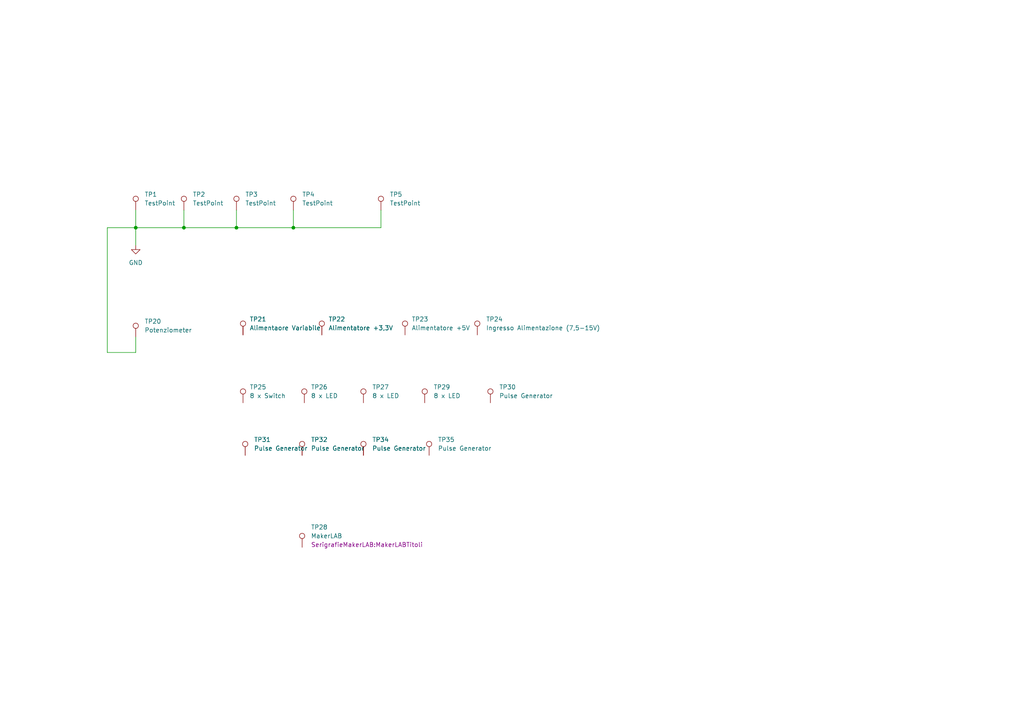
<source format=kicad_sch>
(kicad_sch (version 20211123) (generator eeschema)
  (paper "A4")
  (lib_symbols
    (symbol "Connector:TestPoint" (pin_numbers hide) (pin_names (offset 0.762) hide)
      (property "Reference" "TP" (at 0 6.858 0))
      (property "Value" "TestPoint" (at 0 5.08 0))
      (symbol "TestPoint_0_1"
        (circle (center 0 3.302) (radius 0.762))
      )
      (symbol "TestPoint_1_1"
        (pin passive line (at 0 0 90) (length 2.54) (name "1") (number "1"))
      )
    )
    (symbol "power:GND" (power) (pin_names (offset 0))
      (property "Value" "GND" (at 0 -3.81 0))
      (symbol "GND_0_1"
        (polyline (pts (xy 0 0) (xy 0 -1.27) (xy 1.27 -1.27) (xy 0 -2.54) (xy -1.27 -1.27) (xy 0 -1.27)))
      )
      (symbol "GND_1_1"
        (pin power_in line (at 0 0 270) (length 0) hide (name "GND") (number "1"))
      )
    )
  )
  (junction (at 68.58 66.04))
  (junction (at 85.09 66.04))
  (junction (at 53.34 66.04))
  (junction (at 39.37 66.04))
  (wire (pts (xy 68.58 66.04) (xy 85.09 66.04)))
  (wire (pts (xy 39.37 66.04) (xy 39.37 71.12)))
  (wire (pts (xy 85.09 66.04) (xy 110.49 66.04)))
  (wire (pts (xy 31.115 66.04) (xy 39.37 66.04)))
  (wire (pts (xy 68.58 60.96) (xy 68.58 66.04)))
  (wire (pts (xy 85.09 60.96) (xy 85.09 66.04)))
  (wire (pts (xy 39.37 60.96) (xy 39.37 66.04)))
  (wire (pts (xy 53.34 60.96) (xy 53.34 66.04)))
  (wire (pts (xy 110.49 66.04) (xy 110.49 60.96)))
  (wire (pts (xy 39.37 97.79) (xy 39.37 102.235)))
  (wire (pts (xy 39.37 66.04) (xy 53.34 66.04)))
  (wire (pts (xy 53.34 66.04) (xy 68.58 66.04)))
  (wire (pts (xy 31.115 102.235) (xy 31.115 66.04)))
  (wire (pts (xy 39.37 102.235) (xy 31.115 102.235)))
  (symbol (lib_id "Connector:TestPoint") (at 70.485 116.84 0) (unit 1)
    (property "Reference" "TP25" (at 72.39 112.2679 0) (effects (justify left)))
    (property "Value" "8 x Switch" (at 72.39 114.8079 0) (effects (justify left)))
    (property "Footprint" "Symbol:Alimentatore Variabile" (effects hide))
  )
  (symbol (lib_id "Connector:TestPoint") (at 39.37 97.79 0) (unit 1)
    (property "Reference" "TP20" (at 41.91 93.2179 0) (effects (justify left)))
    (property "Value" "Potenziometer" (at 41.91 95.7579 0) (effects (justify left)))
    (property "Footprint" "MountingHole:MountingHole_6.5mm_Pad_Via" (effects hide))
  )
  (symbol (lib_id "Connector:TestPoint") (at 93.345 97.155 0) (unit 1)
    (property "Reference" "TP22" (at 95.25 92.5829 0) (effects (justify left)))
    (property "Value" "Alimentatore +3,3V" (at 95.25 95.1229 0) (effects (justify left)))
    (property "Footprint" "Symbol:Alimentatore Variabile" (effects hide))
  )
  (symbol (lib_id "Connector:TestPoint") (at 85.09 60.96 0) (unit 1)
    (property "Reference" "TP4" (at 87.63 56.3879 0) (effects (justify left)))
    (property "Value" "TestPoint" (at 87.63 58.9279 0) (effects (justify left)))
    (property "Footprint" "MountingHole:MountingHole_3.2mm_M3_Pad_Via" (effects hide))
  )
  (symbol (lib_id "Connector:TestPoint") (at 138.43 97.155 0) (unit 1)
    (property "Reference" "TP24" (at 140.97 92.5829 0) (effects (justify left)))
    (property "Value" "Ingresso Alimentazione (7,5-15V)" (at 140.97 95.1229 0) (effects (justify left)))
    (property "Footprint" "Symbol:Alimentatore Variabile" (effects hide))
  )
  (symbol (lib_id "Connector:TestPoint") (at 117.475 97.155 0) (unit 1)
    (property "Reference" "TP23" (at 119.38 92.5829 0) (effects (justify left)))
    (property "Value" "Alimentatore +5V" (at 119.38 95.1229 0) (effects (justify left)))
    (property "Footprint" "Symbol:Alimentatore Variabile" (effects hide))
  )
  (symbol (lib_id "Connector:TestPoint") (at 68.58 60.96 0) (unit 1)
    (property "Reference" "TP3" (at 71.12 56.3879 0) (effects (justify left)))
    (property "Value" "TestPoint" (at 71.12 58.9279 0) (effects (justify left)))
    (property "Footprint" "MountingHole:MountingHole_3.2mm_M3_Pad_Via" (effects hide))
  )
  (symbol (lib_id "Connector:TestPoint") (at 88.265 116.84 0) (unit 1)
    (property "Reference" "TP26" (at 90.17 112.2679 0) (effects (justify left)))
    (property "Value" "8 x LED" (at 90.17 114.8079 0) (effects (justify left)))
    (property "Footprint" "Symbol:Alimentatore Variabile" (effects hide))
  )
  (symbol (lib_id "Connector:TestPoint") (at 124.46 132.08 0) (unit 1)
    (property "Reference" "TP35" (at 127 127.5079 0) (effects (justify left)))
    (property "Value" "Pulse Generator" (at 127 130.0479 0) (effects (justify left)))
    (property "Footprint" "SerigrafieMakerLab:Disp4x7Seg" (effects hide))
  )
  (symbol (lib_id "Connector:TestPoint") (at 105.41 132.08 0) (unit 1)
    (property "Reference" "TP34" (at 107.95 127.5079 0) (effects (justify left)))
    (property "Value" "Pulse Generator" (at 107.95 130.0479 0) (effects (justify left)))
    (property "Footprint" "SerigrafieMakerLab:Disp4x7Seg" (effects hide))
  )
  (symbol (lib_id "Connector:TestPoint") (at 53.34 60.96 0) (unit 1)
    (property "Reference" "TP2" (at 55.88 56.3879 0) (effects (justify left)))
    (property "Value" "TestPoint" (at 55.88 58.9279 0) (effects (justify left)))
    (property "Footprint" "MountingHole:MountingHole_3.2mm_M3_Pad_Via" (effects hide))
  )
  (symbol (lib_id "Connector:TestPoint") (at 39.37 60.96 0) (unit 1)
    (property "Reference" "TP1" (at 41.91 56.3879 0) (effects (justify left)))
    (property "Value" "TestPoint" (at 41.91 58.9279 0) (effects (justify left)))
    (property "Footprint" "MountingHole:MountingHole_3.2mm_M3_Pad_Via" (effects hide))
  )
  (symbol (lib_id "Connector:TestPoint") (at 87.63 132.08 0) (unit 1)
    (property "Reference" "TP32" (at 90.17 127.5079 0) (effects (justify left)))
    (property "Value" "Pulse Generator" (at 90.17 130.0479 0) (effects (justify left)))
    (property "Footprint" "SerigrafieMakerLab:Disp4x7Seg" (effects hide))
  )
  (symbol (lib_id "Connector:TestPoint") (at 110.49 60.96 0) (unit 1)
    (property "Reference" "TP5" (at 113.03 56.3879 0) (effects (justify left)))
    (property "Value" "TestPoint" (at 113.03 58.9279 0) (effects (justify left)))
    (property "Footprint" "Breadboard:BreadBoard 81x146" (effects hide))
  )
  (symbol (lib_id "Connector:TestPoint") (at 70.485 97.155 0) (unit 1)
    (property "Reference" "TP21" (at 72.39 92.5829 0) (effects (justify left)))
    (property "Value" "Alimentaore Variabile" (at 72.39 95.1229 0) (effects (justify left)))
    (property "Footprint" "Symbol:Alimentatore Variabile" (effects hide))
  )
  (symbol (lib_id "Connector:TestPoint") (at 87.63 158.75 0) (unit 1)
    (property "Reference" "TP28" (at 90.17 152.9079 0) (effects (justify left)))
    (property "Value" "MakerLAB" (at 90.17 155.4479 0) (effects (justify left)))
    (property "Footprint" "SerigrafieMakerLAB:MakerLABTitoli" (at 90.17 157.9879 0) (effects (justify left)))
  )
  (symbol (lib_id "Connector:TestPoint") (at 142.24 116.84 0) (unit 1)
    (property "Reference" "TP30" (at 144.78 112.2679 0) (effects (justify left)))
    (property "Value" "Pulse Generator" (at 144.78 114.8079 0) (effects (justify left)))
    (property "Footprint" "SerigrafieMakerLAB:Clock NE555" (effects hide))
  )
  (symbol (lib_id "Connector:TestPoint") (at 71.12 132.08 0) (unit 1)
    (property "Reference" "TP31" (at 73.66 127.5079 0) (effects (justify left)))
    (property "Value" "Pulse Generator" (at 73.66 130.0479 0) (effects (justify left)))
    (property "Footprint" "SerigrafieMakerLab:Disp4x7Seg" (effects hide))
  )
  (symbol (lib_id "power:GND") (at 39.37 71.12 0) (unit 1)
    (property "Reference" "#PWR0101" (effects hide))
    (property "Value" "GND" (at 39.37 76.2 0))
  )
  (symbol (lib_id "Connector:TestPoint") (at 105.41 116.84 0) (unit 1)
    (property "Reference" "TP27" (at 107.95 112.2679 0) (effects (justify left)))
    (property "Value" "8 x LED" (at 107.95 114.8079 0) (effects (justify left)))
    (property "Footprint" "SerigrafieMakerLAB:Disp4x7Seg" (effects hide))
  )
  (symbol (lib_id "Connector:TestPoint") (at 123.19 116.84 0) (unit 1)
    (property "Reference" "TP29" (at 125.73 112.2679 0) (effects (justify left)))
    (property "Value" "8 x LED" (at 125.73 114.8079 0) (effects (justify left)))
    (property "Footprint" "SerigrafieMakerLab:Clock NE555" (effects hide))
  )
)
</source>
